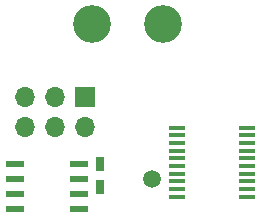
<source format=gts>
G04 #@! TF.FileFunction,Soldermask,Top*
%FSLAX46Y46*%
G04 Gerber Fmt 4.6, Leading zero omitted, Abs format (unit mm)*
G04 Created by KiCad (PCBNEW 4.0.6) date Fri Jul 21 15:48:13 2017*
%MOMM*%
%LPD*%
G01*
G04 APERTURE LIST*
%ADD10C,0.100000*%
%ADD11R,1.700000X1.700000*%
%ADD12O,1.700000X1.700000*%
%ADD13R,1.550000X0.600000*%
%ADD14C,3.200000*%
%ADD15R,0.750000X1.200000*%
%ADD16C,1.500000*%
%ADD17R,1.450000X0.450000*%
G04 APERTURE END LIST*
D10*
D11*
X64135000Y-48260000D03*
D12*
X64135000Y-50800000D03*
X61595000Y-48260000D03*
X61595000Y-50800000D03*
X59055000Y-48260000D03*
X59055000Y-50800000D03*
D13*
X63660000Y-57785000D03*
X63660000Y-56515000D03*
X63660000Y-55245000D03*
X63660000Y-53975000D03*
X58260000Y-53975000D03*
X58260000Y-55245000D03*
X58260000Y-56515000D03*
X58260000Y-57785000D03*
D14*
X70770000Y-42065000D03*
D15*
X65405000Y-53980000D03*
X65405000Y-55880000D03*
D14*
X64770000Y-42065000D03*
D16*
X69850000Y-55245000D03*
D17*
X71980000Y-50870000D03*
X71980000Y-51520000D03*
X71980000Y-52170000D03*
X71980000Y-52820000D03*
X71980000Y-53470000D03*
X71980000Y-54120000D03*
X71980000Y-54770000D03*
X71980000Y-55420000D03*
X71980000Y-56070000D03*
X71980000Y-56720000D03*
X77880000Y-56720000D03*
X77880000Y-56070000D03*
X77880000Y-55420000D03*
X77880000Y-54770000D03*
X77880000Y-54120000D03*
X77880000Y-53470000D03*
X77880000Y-52820000D03*
X77880000Y-52170000D03*
X77880000Y-51520000D03*
X77880000Y-50870000D03*
M02*

</source>
